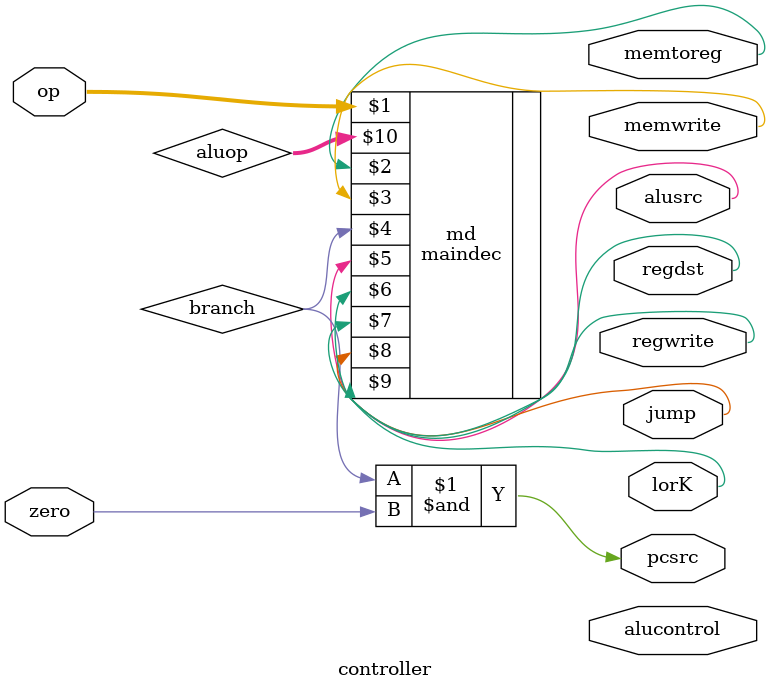
<source format=v>
module controller(  input  [4:0] op,
                    input  zero,
                    output  memtoreg, memwrite,
                    output  pcsrc, alusrc,
                    output  regdst, regwrite,
                    output  jump,lorK,
                    output  [2:0] alucontrol);
    wire [2:0] aluop;
    wire branch;

    maindec md( op, memtoreg, memwrite, branch,
                alusrc, regdst, regwrite, jump,lorK, aluop);
    

    assign pcsrc = branch & zero;
endmodule
</source>
